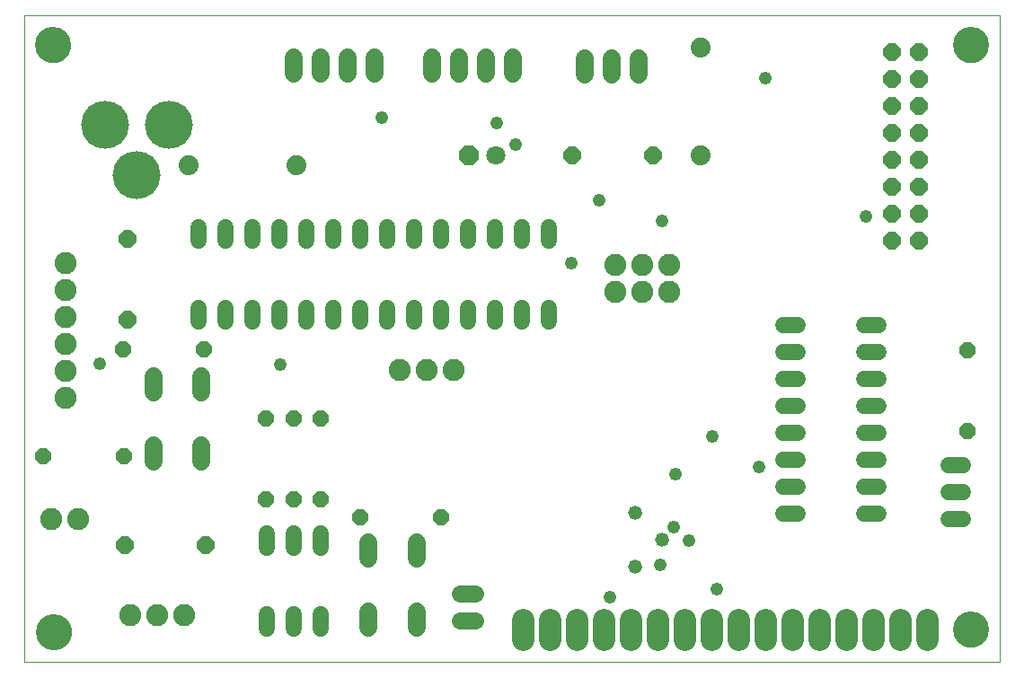
<source format=gbs>
G75*
%MOIN*%
%OFA0B0*%
%FSLAX25Y25*%
%IPPOS*%
%LPD*%
%AMOC8*
5,1,8,0,0,1.08239X$1,22.5*
%
%ADD10C,0.00000*%
%ADD11C,0.13398*%
%ADD12OC8,0.06400*%
%ADD13C,0.06000*%
%ADD14C,0.08200*%
%ADD15C,0.06800*%
%ADD16OC8,0.06000*%
%ADD17OC8,0.07100*%
%ADD18C,0.07100*%
%ADD19C,0.06400*%
%ADD20C,0.07400*%
%ADD21C,0.17800*%
%ADD22C,0.05200*%
%ADD23C,0.08200*%
%ADD24C,0.04800*%
D10*
X0005394Y0001000D02*
X0005394Y0240882D01*
X0367402Y0240882D01*
X0367402Y0001000D01*
X0005394Y0001000D01*
X0010118Y0012142D02*
X0010120Y0012300D01*
X0010126Y0012458D01*
X0010136Y0012616D01*
X0010150Y0012774D01*
X0010168Y0012931D01*
X0010189Y0013088D01*
X0010215Y0013244D01*
X0010245Y0013400D01*
X0010278Y0013555D01*
X0010316Y0013708D01*
X0010357Y0013861D01*
X0010402Y0014013D01*
X0010451Y0014164D01*
X0010504Y0014313D01*
X0010560Y0014461D01*
X0010620Y0014607D01*
X0010684Y0014752D01*
X0010752Y0014895D01*
X0010823Y0015037D01*
X0010897Y0015177D01*
X0010975Y0015314D01*
X0011057Y0015450D01*
X0011141Y0015584D01*
X0011230Y0015715D01*
X0011321Y0015844D01*
X0011416Y0015971D01*
X0011513Y0016096D01*
X0011614Y0016218D01*
X0011718Y0016337D01*
X0011825Y0016454D01*
X0011935Y0016568D01*
X0012048Y0016679D01*
X0012163Y0016788D01*
X0012281Y0016893D01*
X0012402Y0016995D01*
X0012525Y0017095D01*
X0012651Y0017191D01*
X0012779Y0017284D01*
X0012909Y0017374D01*
X0013042Y0017460D01*
X0013177Y0017544D01*
X0013313Y0017623D01*
X0013452Y0017700D01*
X0013593Y0017772D01*
X0013735Y0017842D01*
X0013879Y0017907D01*
X0014025Y0017969D01*
X0014172Y0018027D01*
X0014321Y0018082D01*
X0014471Y0018133D01*
X0014622Y0018180D01*
X0014774Y0018223D01*
X0014927Y0018262D01*
X0015082Y0018298D01*
X0015237Y0018329D01*
X0015393Y0018357D01*
X0015549Y0018381D01*
X0015706Y0018401D01*
X0015864Y0018417D01*
X0016021Y0018429D01*
X0016180Y0018437D01*
X0016338Y0018441D01*
X0016496Y0018441D01*
X0016654Y0018437D01*
X0016813Y0018429D01*
X0016970Y0018417D01*
X0017128Y0018401D01*
X0017285Y0018381D01*
X0017441Y0018357D01*
X0017597Y0018329D01*
X0017752Y0018298D01*
X0017907Y0018262D01*
X0018060Y0018223D01*
X0018212Y0018180D01*
X0018363Y0018133D01*
X0018513Y0018082D01*
X0018662Y0018027D01*
X0018809Y0017969D01*
X0018955Y0017907D01*
X0019099Y0017842D01*
X0019241Y0017772D01*
X0019382Y0017700D01*
X0019521Y0017623D01*
X0019657Y0017544D01*
X0019792Y0017460D01*
X0019925Y0017374D01*
X0020055Y0017284D01*
X0020183Y0017191D01*
X0020309Y0017095D01*
X0020432Y0016995D01*
X0020553Y0016893D01*
X0020671Y0016788D01*
X0020786Y0016679D01*
X0020899Y0016568D01*
X0021009Y0016454D01*
X0021116Y0016337D01*
X0021220Y0016218D01*
X0021321Y0016096D01*
X0021418Y0015971D01*
X0021513Y0015844D01*
X0021604Y0015715D01*
X0021693Y0015584D01*
X0021777Y0015450D01*
X0021859Y0015314D01*
X0021937Y0015177D01*
X0022011Y0015037D01*
X0022082Y0014895D01*
X0022150Y0014752D01*
X0022214Y0014607D01*
X0022274Y0014461D01*
X0022330Y0014313D01*
X0022383Y0014164D01*
X0022432Y0014013D01*
X0022477Y0013861D01*
X0022518Y0013708D01*
X0022556Y0013555D01*
X0022589Y0013400D01*
X0022619Y0013244D01*
X0022645Y0013088D01*
X0022666Y0012931D01*
X0022684Y0012774D01*
X0022698Y0012616D01*
X0022708Y0012458D01*
X0022714Y0012300D01*
X0022716Y0012142D01*
X0022714Y0011984D01*
X0022708Y0011826D01*
X0022698Y0011668D01*
X0022684Y0011510D01*
X0022666Y0011353D01*
X0022645Y0011196D01*
X0022619Y0011040D01*
X0022589Y0010884D01*
X0022556Y0010729D01*
X0022518Y0010576D01*
X0022477Y0010423D01*
X0022432Y0010271D01*
X0022383Y0010120D01*
X0022330Y0009971D01*
X0022274Y0009823D01*
X0022214Y0009677D01*
X0022150Y0009532D01*
X0022082Y0009389D01*
X0022011Y0009247D01*
X0021937Y0009107D01*
X0021859Y0008970D01*
X0021777Y0008834D01*
X0021693Y0008700D01*
X0021604Y0008569D01*
X0021513Y0008440D01*
X0021418Y0008313D01*
X0021321Y0008188D01*
X0021220Y0008066D01*
X0021116Y0007947D01*
X0021009Y0007830D01*
X0020899Y0007716D01*
X0020786Y0007605D01*
X0020671Y0007496D01*
X0020553Y0007391D01*
X0020432Y0007289D01*
X0020309Y0007189D01*
X0020183Y0007093D01*
X0020055Y0007000D01*
X0019925Y0006910D01*
X0019792Y0006824D01*
X0019657Y0006740D01*
X0019521Y0006661D01*
X0019382Y0006584D01*
X0019241Y0006512D01*
X0019099Y0006442D01*
X0018955Y0006377D01*
X0018809Y0006315D01*
X0018662Y0006257D01*
X0018513Y0006202D01*
X0018363Y0006151D01*
X0018212Y0006104D01*
X0018060Y0006061D01*
X0017907Y0006022D01*
X0017752Y0005986D01*
X0017597Y0005955D01*
X0017441Y0005927D01*
X0017285Y0005903D01*
X0017128Y0005883D01*
X0016970Y0005867D01*
X0016813Y0005855D01*
X0016654Y0005847D01*
X0016496Y0005843D01*
X0016338Y0005843D01*
X0016180Y0005847D01*
X0016021Y0005855D01*
X0015864Y0005867D01*
X0015706Y0005883D01*
X0015549Y0005903D01*
X0015393Y0005927D01*
X0015237Y0005955D01*
X0015082Y0005986D01*
X0014927Y0006022D01*
X0014774Y0006061D01*
X0014622Y0006104D01*
X0014471Y0006151D01*
X0014321Y0006202D01*
X0014172Y0006257D01*
X0014025Y0006315D01*
X0013879Y0006377D01*
X0013735Y0006442D01*
X0013593Y0006512D01*
X0013452Y0006584D01*
X0013313Y0006661D01*
X0013177Y0006740D01*
X0013042Y0006824D01*
X0012909Y0006910D01*
X0012779Y0007000D01*
X0012651Y0007093D01*
X0012525Y0007189D01*
X0012402Y0007289D01*
X0012281Y0007391D01*
X0012163Y0007496D01*
X0012048Y0007605D01*
X0011935Y0007716D01*
X0011825Y0007830D01*
X0011718Y0007947D01*
X0011614Y0008066D01*
X0011513Y0008188D01*
X0011416Y0008313D01*
X0011321Y0008440D01*
X0011230Y0008569D01*
X0011141Y0008700D01*
X0011057Y0008834D01*
X0010975Y0008970D01*
X0010897Y0009107D01*
X0010823Y0009247D01*
X0010752Y0009389D01*
X0010684Y0009532D01*
X0010620Y0009677D01*
X0010560Y0009823D01*
X0010504Y0009971D01*
X0010451Y0010120D01*
X0010402Y0010271D01*
X0010357Y0010423D01*
X0010316Y0010576D01*
X0010278Y0010729D01*
X0010245Y0010884D01*
X0010215Y0011040D01*
X0010189Y0011196D01*
X0010168Y0011353D01*
X0010150Y0011510D01*
X0010136Y0011668D01*
X0010126Y0011826D01*
X0010120Y0011984D01*
X0010118Y0012142D01*
X0009725Y0229858D02*
X0009727Y0230016D01*
X0009733Y0230174D01*
X0009743Y0230332D01*
X0009757Y0230490D01*
X0009775Y0230647D01*
X0009796Y0230804D01*
X0009822Y0230960D01*
X0009852Y0231116D01*
X0009885Y0231271D01*
X0009923Y0231424D01*
X0009964Y0231577D01*
X0010009Y0231729D01*
X0010058Y0231880D01*
X0010111Y0232029D01*
X0010167Y0232177D01*
X0010227Y0232323D01*
X0010291Y0232468D01*
X0010359Y0232611D01*
X0010430Y0232753D01*
X0010504Y0232893D01*
X0010582Y0233030D01*
X0010664Y0233166D01*
X0010748Y0233300D01*
X0010837Y0233431D01*
X0010928Y0233560D01*
X0011023Y0233687D01*
X0011120Y0233812D01*
X0011221Y0233934D01*
X0011325Y0234053D01*
X0011432Y0234170D01*
X0011542Y0234284D01*
X0011655Y0234395D01*
X0011770Y0234504D01*
X0011888Y0234609D01*
X0012009Y0234711D01*
X0012132Y0234811D01*
X0012258Y0234907D01*
X0012386Y0235000D01*
X0012516Y0235090D01*
X0012649Y0235176D01*
X0012784Y0235260D01*
X0012920Y0235339D01*
X0013059Y0235416D01*
X0013200Y0235488D01*
X0013342Y0235558D01*
X0013486Y0235623D01*
X0013632Y0235685D01*
X0013779Y0235743D01*
X0013928Y0235798D01*
X0014078Y0235849D01*
X0014229Y0235896D01*
X0014381Y0235939D01*
X0014534Y0235978D01*
X0014689Y0236014D01*
X0014844Y0236045D01*
X0015000Y0236073D01*
X0015156Y0236097D01*
X0015313Y0236117D01*
X0015471Y0236133D01*
X0015628Y0236145D01*
X0015787Y0236153D01*
X0015945Y0236157D01*
X0016103Y0236157D01*
X0016261Y0236153D01*
X0016420Y0236145D01*
X0016577Y0236133D01*
X0016735Y0236117D01*
X0016892Y0236097D01*
X0017048Y0236073D01*
X0017204Y0236045D01*
X0017359Y0236014D01*
X0017514Y0235978D01*
X0017667Y0235939D01*
X0017819Y0235896D01*
X0017970Y0235849D01*
X0018120Y0235798D01*
X0018269Y0235743D01*
X0018416Y0235685D01*
X0018562Y0235623D01*
X0018706Y0235558D01*
X0018848Y0235488D01*
X0018989Y0235416D01*
X0019128Y0235339D01*
X0019264Y0235260D01*
X0019399Y0235176D01*
X0019532Y0235090D01*
X0019662Y0235000D01*
X0019790Y0234907D01*
X0019916Y0234811D01*
X0020039Y0234711D01*
X0020160Y0234609D01*
X0020278Y0234504D01*
X0020393Y0234395D01*
X0020506Y0234284D01*
X0020616Y0234170D01*
X0020723Y0234053D01*
X0020827Y0233934D01*
X0020928Y0233812D01*
X0021025Y0233687D01*
X0021120Y0233560D01*
X0021211Y0233431D01*
X0021300Y0233300D01*
X0021384Y0233166D01*
X0021466Y0233030D01*
X0021544Y0232893D01*
X0021618Y0232753D01*
X0021689Y0232611D01*
X0021757Y0232468D01*
X0021821Y0232323D01*
X0021881Y0232177D01*
X0021937Y0232029D01*
X0021990Y0231880D01*
X0022039Y0231729D01*
X0022084Y0231577D01*
X0022125Y0231424D01*
X0022163Y0231271D01*
X0022196Y0231116D01*
X0022226Y0230960D01*
X0022252Y0230804D01*
X0022273Y0230647D01*
X0022291Y0230490D01*
X0022305Y0230332D01*
X0022315Y0230174D01*
X0022321Y0230016D01*
X0022323Y0229858D01*
X0022321Y0229700D01*
X0022315Y0229542D01*
X0022305Y0229384D01*
X0022291Y0229226D01*
X0022273Y0229069D01*
X0022252Y0228912D01*
X0022226Y0228756D01*
X0022196Y0228600D01*
X0022163Y0228445D01*
X0022125Y0228292D01*
X0022084Y0228139D01*
X0022039Y0227987D01*
X0021990Y0227836D01*
X0021937Y0227687D01*
X0021881Y0227539D01*
X0021821Y0227393D01*
X0021757Y0227248D01*
X0021689Y0227105D01*
X0021618Y0226963D01*
X0021544Y0226823D01*
X0021466Y0226686D01*
X0021384Y0226550D01*
X0021300Y0226416D01*
X0021211Y0226285D01*
X0021120Y0226156D01*
X0021025Y0226029D01*
X0020928Y0225904D01*
X0020827Y0225782D01*
X0020723Y0225663D01*
X0020616Y0225546D01*
X0020506Y0225432D01*
X0020393Y0225321D01*
X0020278Y0225212D01*
X0020160Y0225107D01*
X0020039Y0225005D01*
X0019916Y0224905D01*
X0019790Y0224809D01*
X0019662Y0224716D01*
X0019532Y0224626D01*
X0019399Y0224540D01*
X0019264Y0224456D01*
X0019128Y0224377D01*
X0018989Y0224300D01*
X0018848Y0224228D01*
X0018706Y0224158D01*
X0018562Y0224093D01*
X0018416Y0224031D01*
X0018269Y0223973D01*
X0018120Y0223918D01*
X0017970Y0223867D01*
X0017819Y0223820D01*
X0017667Y0223777D01*
X0017514Y0223738D01*
X0017359Y0223702D01*
X0017204Y0223671D01*
X0017048Y0223643D01*
X0016892Y0223619D01*
X0016735Y0223599D01*
X0016577Y0223583D01*
X0016420Y0223571D01*
X0016261Y0223563D01*
X0016103Y0223559D01*
X0015945Y0223559D01*
X0015787Y0223563D01*
X0015628Y0223571D01*
X0015471Y0223583D01*
X0015313Y0223599D01*
X0015156Y0223619D01*
X0015000Y0223643D01*
X0014844Y0223671D01*
X0014689Y0223702D01*
X0014534Y0223738D01*
X0014381Y0223777D01*
X0014229Y0223820D01*
X0014078Y0223867D01*
X0013928Y0223918D01*
X0013779Y0223973D01*
X0013632Y0224031D01*
X0013486Y0224093D01*
X0013342Y0224158D01*
X0013200Y0224228D01*
X0013059Y0224300D01*
X0012920Y0224377D01*
X0012784Y0224456D01*
X0012649Y0224540D01*
X0012516Y0224626D01*
X0012386Y0224716D01*
X0012258Y0224809D01*
X0012132Y0224905D01*
X0012009Y0225005D01*
X0011888Y0225107D01*
X0011770Y0225212D01*
X0011655Y0225321D01*
X0011542Y0225432D01*
X0011432Y0225546D01*
X0011325Y0225663D01*
X0011221Y0225782D01*
X0011120Y0225904D01*
X0011023Y0226029D01*
X0010928Y0226156D01*
X0010837Y0226285D01*
X0010748Y0226416D01*
X0010664Y0226550D01*
X0010582Y0226686D01*
X0010504Y0226823D01*
X0010430Y0226963D01*
X0010359Y0227105D01*
X0010291Y0227248D01*
X0010227Y0227393D01*
X0010167Y0227539D01*
X0010111Y0227687D01*
X0010058Y0227836D01*
X0010009Y0227987D01*
X0009964Y0228139D01*
X0009923Y0228292D01*
X0009885Y0228445D01*
X0009852Y0228600D01*
X0009822Y0228756D01*
X0009796Y0228912D01*
X0009775Y0229069D01*
X0009757Y0229226D01*
X0009743Y0229384D01*
X0009733Y0229542D01*
X0009727Y0229700D01*
X0009725Y0229858D01*
X0350276Y0229858D02*
X0350278Y0230016D01*
X0350284Y0230174D01*
X0350294Y0230332D01*
X0350308Y0230490D01*
X0350326Y0230647D01*
X0350347Y0230804D01*
X0350373Y0230960D01*
X0350403Y0231116D01*
X0350436Y0231271D01*
X0350474Y0231424D01*
X0350515Y0231577D01*
X0350560Y0231729D01*
X0350609Y0231880D01*
X0350662Y0232029D01*
X0350718Y0232177D01*
X0350778Y0232323D01*
X0350842Y0232468D01*
X0350910Y0232611D01*
X0350981Y0232753D01*
X0351055Y0232893D01*
X0351133Y0233030D01*
X0351215Y0233166D01*
X0351299Y0233300D01*
X0351388Y0233431D01*
X0351479Y0233560D01*
X0351574Y0233687D01*
X0351671Y0233812D01*
X0351772Y0233934D01*
X0351876Y0234053D01*
X0351983Y0234170D01*
X0352093Y0234284D01*
X0352206Y0234395D01*
X0352321Y0234504D01*
X0352439Y0234609D01*
X0352560Y0234711D01*
X0352683Y0234811D01*
X0352809Y0234907D01*
X0352937Y0235000D01*
X0353067Y0235090D01*
X0353200Y0235176D01*
X0353335Y0235260D01*
X0353471Y0235339D01*
X0353610Y0235416D01*
X0353751Y0235488D01*
X0353893Y0235558D01*
X0354037Y0235623D01*
X0354183Y0235685D01*
X0354330Y0235743D01*
X0354479Y0235798D01*
X0354629Y0235849D01*
X0354780Y0235896D01*
X0354932Y0235939D01*
X0355085Y0235978D01*
X0355240Y0236014D01*
X0355395Y0236045D01*
X0355551Y0236073D01*
X0355707Y0236097D01*
X0355864Y0236117D01*
X0356022Y0236133D01*
X0356179Y0236145D01*
X0356338Y0236153D01*
X0356496Y0236157D01*
X0356654Y0236157D01*
X0356812Y0236153D01*
X0356971Y0236145D01*
X0357128Y0236133D01*
X0357286Y0236117D01*
X0357443Y0236097D01*
X0357599Y0236073D01*
X0357755Y0236045D01*
X0357910Y0236014D01*
X0358065Y0235978D01*
X0358218Y0235939D01*
X0358370Y0235896D01*
X0358521Y0235849D01*
X0358671Y0235798D01*
X0358820Y0235743D01*
X0358967Y0235685D01*
X0359113Y0235623D01*
X0359257Y0235558D01*
X0359399Y0235488D01*
X0359540Y0235416D01*
X0359679Y0235339D01*
X0359815Y0235260D01*
X0359950Y0235176D01*
X0360083Y0235090D01*
X0360213Y0235000D01*
X0360341Y0234907D01*
X0360467Y0234811D01*
X0360590Y0234711D01*
X0360711Y0234609D01*
X0360829Y0234504D01*
X0360944Y0234395D01*
X0361057Y0234284D01*
X0361167Y0234170D01*
X0361274Y0234053D01*
X0361378Y0233934D01*
X0361479Y0233812D01*
X0361576Y0233687D01*
X0361671Y0233560D01*
X0361762Y0233431D01*
X0361851Y0233300D01*
X0361935Y0233166D01*
X0362017Y0233030D01*
X0362095Y0232893D01*
X0362169Y0232753D01*
X0362240Y0232611D01*
X0362308Y0232468D01*
X0362372Y0232323D01*
X0362432Y0232177D01*
X0362488Y0232029D01*
X0362541Y0231880D01*
X0362590Y0231729D01*
X0362635Y0231577D01*
X0362676Y0231424D01*
X0362714Y0231271D01*
X0362747Y0231116D01*
X0362777Y0230960D01*
X0362803Y0230804D01*
X0362824Y0230647D01*
X0362842Y0230490D01*
X0362856Y0230332D01*
X0362866Y0230174D01*
X0362872Y0230016D01*
X0362874Y0229858D01*
X0362872Y0229700D01*
X0362866Y0229542D01*
X0362856Y0229384D01*
X0362842Y0229226D01*
X0362824Y0229069D01*
X0362803Y0228912D01*
X0362777Y0228756D01*
X0362747Y0228600D01*
X0362714Y0228445D01*
X0362676Y0228292D01*
X0362635Y0228139D01*
X0362590Y0227987D01*
X0362541Y0227836D01*
X0362488Y0227687D01*
X0362432Y0227539D01*
X0362372Y0227393D01*
X0362308Y0227248D01*
X0362240Y0227105D01*
X0362169Y0226963D01*
X0362095Y0226823D01*
X0362017Y0226686D01*
X0361935Y0226550D01*
X0361851Y0226416D01*
X0361762Y0226285D01*
X0361671Y0226156D01*
X0361576Y0226029D01*
X0361479Y0225904D01*
X0361378Y0225782D01*
X0361274Y0225663D01*
X0361167Y0225546D01*
X0361057Y0225432D01*
X0360944Y0225321D01*
X0360829Y0225212D01*
X0360711Y0225107D01*
X0360590Y0225005D01*
X0360467Y0224905D01*
X0360341Y0224809D01*
X0360213Y0224716D01*
X0360083Y0224626D01*
X0359950Y0224540D01*
X0359815Y0224456D01*
X0359679Y0224377D01*
X0359540Y0224300D01*
X0359399Y0224228D01*
X0359257Y0224158D01*
X0359113Y0224093D01*
X0358967Y0224031D01*
X0358820Y0223973D01*
X0358671Y0223918D01*
X0358521Y0223867D01*
X0358370Y0223820D01*
X0358218Y0223777D01*
X0358065Y0223738D01*
X0357910Y0223702D01*
X0357755Y0223671D01*
X0357599Y0223643D01*
X0357443Y0223619D01*
X0357286Y0223599D01*
X0357128Y0223583D01*
X0356971Y0223571D01*
X0356812Y0223563D01*
X0356654Y0223559D01*
X0356496Y0223559D01*
X0356338Y0223563D01*
X0356179Y0223571D01*
X0356022Y0223583D01*
X0355864Y0223599D01*
X0355707Y0223619D01*
X0355551Y0223643D01*
X0355395Y0223671D01*
X0355240Y0223702D01*
X0355085Y0223738D01*
X0354932Y0223777D01*
X0354780Y0223820D01*
X0354629Y0223867D01*
X0354479Y0223918D01*
X0354330Y0223973D01*
X0354183Y0224031D01*
X0354037Y0224093D01*
X0353893Y0224158D01*
X0353751Y0224228D01*
X0353610Y0224300D01*
X0353471Y0224377D01*
X0353335Y0224456D01*
X0353200Y0224540D01*
X0353067Y0224626D01*
X0352937Y0224716D01*
X0352809Y0224809D01*
X0352683Y0224905D01*
X0352560Y0225005D01*
X0352439Y0225107D01*
X0352321Y0225212D01*
X0352206Y0225321D01*
X0352093Y0225432D01*
X0351983Y0225546D01*
X0351876Y0225663D01*
X0351772Y0225782D01*
X0351671Y0225904D01*
X0351574Y0226029D01*
X0351479Y0226156D01*
X0351388Y0226285D01*
X0351299Y0226416D01*
X0351215Y0226550D01*
X0351133Y0226686D01*
X0351055Y0226823D01*
X0350981Y0226963D01*
X0350910Y0227105D01*
X0350842Y0227248D01*
X0350778Y0227393D01*
X0350718Y0227539D01*
X0350662Y0227687D01*
X0350609Y0227836D01*
X0350560Y0227987D01*
X0350515Y0228139D01*
X0350474Y0228292D01*
X0350436Y0228445D01*
X0350403Y0228600D01*
X0350373Y0228756D01*
X0350347Y0228912D01*
X0350326Y0229069D01*
X0350308Y0229226D01*
X0350294Y0229384D01*
X0350284Y0229542D01*
X0350278Y0229700D01*
X0350276Y0229858D01*
X0350276Y0012929D02*
X0350278Y0013087D01*
X0350284Y0013245D01*
X0350294Y0013403D01*
X0350308Y0013561D01*
X0350326Y0013718D01*
X0350347Y0013875D01*
X0350373Y0014031D01*
X0350403Y0014187D01*
X0350436Y0014342D01*
X0350474Y0014495D01*
X0350515Y0014648D01*
X0350560Y0014800D01*
X0350609Y0014951D01*
X0350662Y0015100D01*
X0350718Y0015248D01*
X0350778Y0015394D01*
X0350842Y0015539D01*
X0350910Y0015682D01*
X0350981Y0015824D01*
X0351055Y0015964D01*
X0351133Y0016101D01*
X0351215Y0016237D01*
X0351299Y0016371D01*
X0351388Y0016502D01*
X0351479Y0016631D01*
X0351574Y0016758D01*
X0351671Y0016883D01*
X0351772Y0017005D01*
X0351876Y0017124D01*
X0351983Y0017241D01*
X0352093Y0017355D01*
X0352206Y0017466D01*
X0352321Y0017575D01*
X0352439Y0017680D01*
X0352560Y0017782D01*
X0352683Y0017882D01*
X0352809Y0017978D01*
X0352937Y0018071D01*
X0353067Y0018161D01*
X0353200Y0018247D01*
X0353335Y0018331D01*
X0353471Y0018410D01*
X0353610Y0018487D01*
X0353751Y0018559D01*
X0353893Y0018629D01*
X0354037Y0018694D01*
X0354183Y0018756D01*
X0354330Y0018814D01*
X0354479Y0018869D01*
X0354629Y0018920D01*
X0354780Y0018967D01*
X0354932Y0019010D01*
X0355085Y0019049D01*
X0355240Y0019085D01*
X0355395Y0019116D01*
X0355551Y0019144D01*
X0355707Y0019168D01*
X0355864Y0019188D01*
X0356022Y0019204D01*
X0356179Y0019216D01*
X0356338Y0019224D01*
X0356496Y0019228D01*
X0356654Y0019228D01*
X0356812Y0019224D01*
X0356971Y0019216D01*
X0357128Y0019204D01*
X0357286Y0019188D01*
X0357443Y0019168D01*
X0357599Y0019144D01*
X0357755Y0019116D01*
X0357910Y0019085D01*
X0358065Y0019049D01*
X0358218Y0019010D01*
X0358370Y0018967D01*
X0358521Y0018920D01*
X0358671Y0018869D01*
X0358820Y0018814D01*
X0358967Y0018756D01*
X0359113Y0018694D01*
X0359257Y0018629D01*
X0359399Y0018559D01*
X0359540Y0018487D01*
X0359679Y0018410D01*
X0359815Y0018331D01*
X0359950Y0018247D01*
X0360083Y0018161D01*
X0360213Y0018071D01*
X0360341Y0017978D01*
X0360467Y0017882D01*
X0360590Y0017782D01*
X0360711Y0017680D01*
X0360829Y0017575D01*
X0360944Y0017466D01*
X0361057Y0017355D01*
X0361167Y0017241D01*
X0361274Y0017124D01*
X0361378Y0017005D01*
X0361479Y0016883D01*
X0361576Y0016758D01*
X0361671Y0016631D01*
X0361762Y0016502D01*
X0361851Y0016371D01*
X0361935Y0016237D01*
X0362017Y0016101D01*
X0362095Y0015964D01*
X0362169Y0015824D01*
X0362240Y0015682D01*
X0362308Y0015539D01*
X0362372Y0015394D01*
X0362432Y0015248D01*
X0362488Y0015100D01*
X0362541Y0014951D01*
X0362590Y0014800D01*
X0362635Y0014648D01*
X0362676Y0014495D01*
X0362714Y0014342D01*
X0362747Y0014187D01*
X0362777Y0014031D01*
X0362803Y0013875D01*
X0362824Y0013718D01*
X0362842Y0013561D01*
X0362856Y0013403D01*
X0362866Y0013245D01*
X0362872Y0013087D01*
X0362874Y0012929D01*
X0362872Y0012771D01*
X0362866Y0012613D01*
X0362856Y0012455D01*
X0362842Y0012297D01*
X0362824Y0012140D01*
X0362803Y0011983D01*
X0362777Y0011827D01*
X0362747Y0011671D01*
X0362714Y0011516D01*
X0362676Y0011363D01*
X0362635Y0011210D01*
X0362590Y0011058D01*
X0362541Y0010907D01*
X0362488Y0010758D01*
X0362432Y0010610D01*
X0362372Y0010464D01*
X0362308Y0010319D01*
X0362240Y0010176D01*
X0362169Y0010034D01*
X0362095Y0009894D01*
X0362017Y0009757D01*
X0361935Y0009621D01*
X0361851Y0009487D01*
X0361762Y0009356D01*
X0361671Y0009227D01*
X0361576Y0009100D01*
X0361479Y0008975D01*
X0361378Y0008853D01*
X0361274Y0008734D01*
X0361167Y0008617D01*
X0361057Y0008503D01*
X0360944Y0008392D01*
X0360829Y0008283D01*
X0360711Y0008178D01*
X0360590Y0008076D01*
X0360467Y0007976D01*
X0360341Y0007880D01*
X0360213Y0007787D01*
X0360083Y0007697D01*
X0359950Y0007611D01*
X0359815Y0007527D01*
X0359679Y0007448D01*
X0359540Y0007371D01*
X0359399Y0007299D01*
X0359257Y0007229D01*
X0359113Y0007164D01*
X0358967Y0007102D01*
X0358820Y0007044D01*
X0358671Y0006989D01*
X0358521Y0006938D01*
X0358370Y0006891D01*
X0358218Y0006848D01*
X0358065Y0006809D01*
X0357910Y0006773D01*
X0357755Y0006742D01*
X0357599Y0006714D01*
X0357443Y0006690D01*
X0357286Y0006670D01*
X0357128Y0006654D01*
X0356971Y0006642D01*
X0356812Y0006634D01*
X0356654Y0006630D01*
X0356496Y0006630D01*
X0356338Y0006634D01*
X0356179Y0006642D01*
X0356022Y0006654D01*
X0355864Y0006670D01*
X0355707Y0006690D01*
X0355551Y0006714D01*
X0355395Y0006742D01*
X0355240Y0006773D01*
X0355085Y0006809D01*
X0354932Y0006848D01*
X0354780Y0006891D01*
X0354629Y0006938D01*
X0354479Y0006989D01*
X0354330Y0007044D01*
X0354183Y0007102D01*
X0354037Y0007164D01*
X0353893Y0007229D01*
X0353751Y0007299D01*
X0353610Y0007371D01*
X0353471Y0007448D01*
X0353335Y0007527D01*
X0353200Y0007611D01*
X0353067Y0007697D01*
X0352937Y0007787D01*
X0352809Y0007880D01*
X0352683Y0007976D01*
X0352560Y0008076D01*
X0352439Y0008178D01*
X0352321Y0008283D01*
X0352206Y0008392D01*
X0352093Y0008503D01*
X0351983Y0008617D01*
X0351876Y0008734D01*
X0351772Y0008853D01*
X0351671Y0008975D01*
X0351574Y0009100D01*
X0351479Y0009227D01*
X0351388Y0009356D01*
X0351299Y0009487D01*
X0351215Y0009621D01*
X0351133Y0009757D01*
X0351055Y0009894D01*
X0350981Y0010034D01*
X0350910Y0010176D01*
X0350842Y0010319D01*
X0350778Y0010464D01*
X0350718Y0010610D01*
X0350662Y0010758D01*
X0350609Y0010907D01*
X0350560Y0011058D01*
X0350515Y0011210D01*
X0350474Y0011363D01*
X0350436Y0011516D01*
X0350403Y0011671D01*
X0350373Y0011827D01*
X0350347Y0011983D01*
X0350326Y0012140D01*
X0350308Y0012297D01*
X0350294Y0012455D01*
X0350284Y0012613D01*
X0350278Y0012771D01*
X0350276Y0012929D01*
D11*
X0356575Y0012929D03*
X0356575Y0229858D03*
X0016024Y0229858D03*
X0016417Y0012142D03*
D12*
X0042756Y0044425D03*
X0072756Y0044425D03*
X0043583Y0127850D03*
X0043583Y0157850D03*
X0208780Y0188992D03*
X0238780Y0188992D03*
X0327480Y0187181D03*
X0337480Y0187181D03*
X0337480Y0197181D03*
X0327480Y0197181D03*
X0327480Y0207181D03*
X0337480Y0207181D03*
X0337480Y0217181D03*
X0327480Y0217181D03*
X0327480Y0227181D03*
X0337480Y0227181D03*
X0337480Y0177181D03*
X0327480Y0177181D03*
X0327480Y0167181D03*
X0337480Y0167181D03*
X0337480Y0157181D03*
X0327480Y0157181D03*
D13*
X0322206Y0125882D02*
X0317006Y0125882D01*
X0317006Y0115882D02*
X0322206Y0115882D01*
X0322206Y0105882D02*
X0317006Y0105882D01*
X0317006Y0095882D02*
X0322206Y0095882D01*
X0322206Y0085882D02*
X0317006Y0085882D01*
X0317006Y0075882D02*
X0322206Y0075882D01*
X0322206Y0065882D02*
X0317006Y0065882D01*
X0317006Y0055882D02*
X0322206Y0055882D01*
X0348345Y0054110D02*
X0353545Y0054110D01*
X0353545Y0064110D02*
X0348345Y0064110D01*
X0348345Y0074110D02*
X0353545Y0074110D01*
X0292206Y0075882D02*
X0287006Y0075882D01*
X0287006Y0085882D02*
X0292206Y0085882D01*
X0292206Y0095882D02*
X0287006Y0095882D01*
X0287006Y0105882D02*
X0292206Y0105882D01*
X0292206Y0115882D02*
X0287006Y0115882D01*
X0287006Y0125882D02*
X0292206Y0125882D01*
X0292206Y0065882D02*
X0287006Y0065882D01*
X0287006Y0055882D02*
X0292206Y0055882D01*
X0199921Y0127219D02*
X0199921Y0132419D01*
X0189921Y0132419D02*
X0189921Y0127219D01*
X0179921Y0127219D02*
X0179921Y0132419D01*
X0169921Y0132419D02*
X0169921Y0127219D01*
X0159921Y0127219D02*
X0159921Y0132419D01*
X0149921Y0132419D02*
X0149921Y0127219D01*
X0139921Y0127219D02*
X0139921Y0132419D01*
X0129921Y0132419D02*
X0129921Y0127219D01*
X0119921Y0127219D02*
X0119921Y0132419D01*
X0109921Y0132419D02*
X0109921Y0127219D01*
X0099921Y0127219D02*
X0099921Y0132419D01*
X0089921Y0132419D02*
X0089921Y0127219D01*
X0079921Y0127219D02*
X0079921Y0132419D01*
X0069921Y0132419D02*
X0069921Y0127219D01*
X0069921Y0157219D02*
X0069921Y0162419D01*
X0079921Y0162419D02*
X0079921Y0157219D01*
X0089921Y0157219D02*
X0089921Y0162419D01*
X0099921Y0162419D02*
X0099921Y0157219D01*
X0109921Y0157219D02*
X0109921Y0162419D01*
X0119921Y0162419D02*
X0119921Y0157219D01*
X0129921Y0157219D02*
X0129921Y0162419D01*
X0139921Y0162419D02*
X0139921Y0157219D01*
X0149921Y0157219D02*
X0149921Y0162419D01*
X0159921Y0162419D02*
X0159921Y0157219D01*
X0169921Y0157219D02*
X0169921Y0162419D01*
X0179921Y0162419D02*
X0179921Y0157219D01*
X0189921Y0157219D02*
X0189921Y0162419D01*
X0199921Y0162419D02*
X0199921Y0157219D01*
X0115394Y0048639D02*
X0115394Y0043439D01*
X0105394Y0043439D02*
X0105394Y0048639D01*
X0095394Y0048639D02*
X0095394Y0043439D01*
X0095394Y0018639D02*
X0095394Y0013439D01*
X0105394Y0013439D02*
X0105394Y0018639D01*
X0115394Y0018639D02*
X0115394Y0013439D01*
D14*
X0064606Y0018441D03*
X0054606Y0018441D03*
X0044606Y0018441D03*
X0025354Y0053874D03*
X0015354Y0053874D03*
X0020748Y0098953D03*
X0020748Y0108953D03*
X0020748Y0118953D03*
X0020748Y0128953D03*
X0020748Y0138953D03*
X0020748Y0148953D03*
X0144606Y0109386D03*
X0154606Y0109386D03*
X0164606Y0109386D03*
X0224528Y0138244D03*
X0234528Y0138244D03*
X0244528Y0138244D03*
X0244528Y0148244D03*
X0234528Y0148244D03*
X0224528Y0148244D03*
D15*
X0223504Y0218984D02*
X0223504Y0224984D01*
X0233504Y0224984D02*
X0233504Y0218984D01*
X0213504Y0218984D02*
X0213504Y0224984D01*
X0186535Y0225378D02*
X0186535Y0219378D01*
X0176535Y0219378D02*
X0176535Y0225378D01*
X0166535Y0225378D02*
X0166535Y0219378D01*
X0156535Y0219378D02*
X0156535Y0225378D01*
X0135354Y0225378D02*
X0135354Y0219378D01*
X0125354Y0219378D02*
X0125354Y0225378D01*
X0115354Y0225378D02*
X0115354Y0219378D01*
X0105354Y0219378D02*
X0105354Y0225378D01*
X0070987Y0107076D02*
X0070987Y0101076D01*
X0053187Y0101076D02*
X0053187Y0107076D01*
X0053187Y0081476D02*
X0053187Y0075476D01*
X0070987Y0075476D02*
X0070987Y0081476D01*
X0133108Y0045265D02*
X0133108Y0039265D01*
X0150908Y0039265D02*
X0150908Y0045265D01*
X0150908Y0019665D02*
X0150908Y0013665D01*
X0133108Y0013665D02*
X0133108Y0019665D01*
D16*
X0130157Y0054661D03*
X0115236Y0061315D03*
X0105394Y0061315D03*
X0095157Y0061315D03*
X0095157Y0091315D03*
X0105394Y0091315D03*
X0115236Y0091315D03*
X0071969Y0116866D03*
X0041969Y0116866D03*
X0042441Y0077496D03*
X0012441Y0077496D03*
X0160157Y0054661D03*
X0355394Y0086512D03*
X0355394Y0116512D03*
D17*
X0170472Y0188913D03*
D18*
X0180472Y0188913D03*
D19*
X0172761Y0026197D02*
X0167161Y0026197D01*
X0167161Y0016197D02*
X0172761Y0016197D01*
D20*
X0106496Y0185370D03*
X0066496Y0185370D03*
X0256181Y0188992D03*
X0256181Y0228992D03*
D21*
X0058937Y0200331D03*
X0035315Y0200331D03*
X0047126Y0181827D03*
D22*
X0232165Y0056394D03*
X0242165Y0046394D03*
X0232165Y0036394D03*
D23*
X0230433Y0016629D02*
X0230433Y0009229D01*
X0220433Y0009229D02*
X0220433Y0016629D01*
X0210433Y0016629D02*
X0210433Y0009229D01*
X0200433Y0009229D02*
X0200433Y0016629D01*
X0190433Y0016629D02*
X0190433Y0009229D01*
X0240433Y0009229D02*
X0240433Y0016629D01*
X0250433Y0016629D02*
X0250433Y0009229D01*
X0260433Y0009229D02*
X0260433Y0016629D01*
X0270433Y0016629D02*
X0270433Y0009229D01*
X0280433Y0009229D02*
X0280433Y0016629D01*
X0290433Y0016629D02*
X0290433Y0009229D01*
X0300433Y0009229D02*
X0300433Y0016629D01*
X0310433Y0016629D02*
X0310433Y0009229D01*
X0320433Y0009229D02*
X0320433Y0016629D01*
X0330433Y0016629D02*
X0330433Y0009229D01*
X0340433Y0009229D02*
X0340433Y0016629D01*
D24*
X0262480Y0027890D03*
X0241220Y0036945D03*
X0251850Y0046000D03*
X0246219Y0051106D03*
X0247126Y0070803D03*
X0260619Y0084706D03*
X0278019Y0073306D03*
X0222717Y0025134D03*
X0100276Y0111354D03*
X0033346Y0111748D03*
X0138071Y0203087D03*
X0180819Y0201106D03*
X0187677Y0192850D03*
X0218780Y0172378D03*
X0242008Y0164504D03*
X0208419Y0148906D03*
X0280197Y0217654D03*
X0317598Y0166472D03*
M02*

</source>
